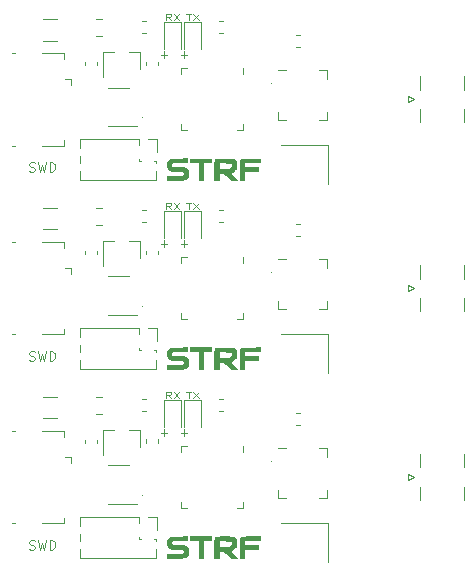
<source format=gbr>
G04 #@! TF.GenerationSoftware,KiCad,Pcbnew,(5.1.5)-3*
G04 #@! TF.CreationDate,2020-05-12T02:25:37+02:00*
G04 #@! TF.ProjectId,STRF,53545246-2e6b-4696-9361-645f70636258,rev?*
G04 #@! TF.SameCoordinates,Original*
G04 #@! TF.FileFunction,Legend,Top*
G04 #@! TF.FilePolarity,Positive*
%FSLAX46Y46*%
G04 Gerber Fmt 4.6, Leading zero omitted, Abs format (unit mm)*
G04 Created by KiCad (PCBNEW (5.1.5)-3) date 2020-05-12 02:25:37*
%MOMM*%
%LPD*%
G04 APERTURE LIST*
%ADD10C,0.125000*%
%ADD11C,0.100000*%
%ADD12C,0.120000*%
%ADD13C,0.010000*%
G04 APERTURE END LIST*
D10*
X22789285Y-72573809D02*
X22903571Y-72611904D01*
X23094047Y-72611904D01*
X23170238Y-72573809D01*
X23208333Y-72535714D01*
X23246428Y-72459523D01*
X23246428Y-72383333D01*
X23208333Y-72307142D01*
X23170238Y-72269047D01*
X23094047Y-72230952D01*
X22941666Y-72192857D01*
X22865476Y-72154761D01*
X22827380Y-72116666D01*
X22789285Y-72040476D01*
X22789285Y-71964285D01*
X22827380Y-71888095D01*
X22865476Y-71850000D01*
X22941666Y-71811904D01*
X23132142Y-71811904D01*
X23246428Y-71850000D01*
X23513095Y-71811904D02*
X23703571Y-72611904D01*
X23855952Y-72040476D01*
X24008333Y-72611904D01*
X24198809Y-71811904D01*
X24503571Y-72611904D02*
X24503571Y-71811904D01*
X24694047Y-71811904D01*
X24808333Y-71850000D01*
X24884523Y-71926190D01*
X24922619Y-72002380D01*
X24960714Y-72154761D01*
X24960714Y-72269047D01*
X24922619Y-72421428D01*
X24884523Y-72497619D01*
X24808333Y-72573809D01*
X24694047Y-72611904D01*
X24503571Y-72611904D01*
D11*
X35608333Y-62700000D02*
X36141666Y-62700000D01*
X35875000Y-62966666D02*
X35875000Y-62433333D01*
X34783333Y-59751190D02*
X34550000Y-59513095D01*
X34383333Y-59751190D02*
X34383333Y-59251190D01*
X34650000Y-59251190D01*
X34716666Y-59275000D01*
X34750000Y-59298809D01*
X34783333Y-59346428D01*
X34783333Y-59417857D01*
X34750000Y-59465476D01*
X34716666Y-59489285D01*
X34650000Y-59513095D01*
X34383333Y-59513095D01*
X35016666Y-59251190D02*
X35483333Y-59751190D01*
X35483333Y-59251190D02*
X35016666Y-59751190D01*
X36066666Y-59251190D02*
X36466666Y-59251190D01*
X36266666Y-59751190D02*
X36266666Y-59251190D01*
X36633333Y-59251190D02*
X37100000Y-59751190D01*
X37100000Y-59251190D02*
X36633333Y-59751190D01*
X33908333Y-62700000D02*
X34441666Y-62700000D01*
X34175000Y-62966666D02*
X34175000Y-62433333D01*
D12*
X40030902Y-63325000D02*
G75*
G03X40030902Y-63325000I-55902J0D01*
G01*
X43305902Y-65150000D02*
G75*
G03X43305902Y-65150000I-55902J0D01*
G01*
X32355902Y-68050000D02*
G75*
G03X32355902Y-68050000I-55902J0D01*
G01*
X29680902Y-65000000D02*
G75*
G03X29680902Y-65000000I-55902J0D01*
G01*
D11*
X35608333Y-46700000D02*
X36141666Y-46700000D01*
X35875000Y-46966666D02*
X35875000Y-46433333D01*
X34783333Y-43751190D02*
X34550000Y-43513095D01*
X34383333Y-43751190D02*
X34383333Y-43251190D01*
X34650000Y-43251190D01*
X34716666Y-43275000D01*
X34750000Y-43298809D01*
X34783333Y-43346428D01*
X34783333Y-43417857D01*
X34750000Y-43465476D01*
X34716666Y-43489285D01*
X34650000Y-43513095D01*
X34383333Y-43513095D01*
X35016666Y-43251190D02*
X35483333Y-43751190D01*
X35483333Y-43251190D02*
X35016666Y-43751190D01*
X36066666Y-43251190D02*
X36466666Y-43251190D01*
X36266666Y-43751190D02*
X36266666Y-43251190D01*
X36633333Y-43251190D02*
X37100000Y-43751190D01*
X37100000Y-43251190D02*
X36633333Y-43751190D01*
X33908333Y-46700000D02*
X34441666Y-46700000D01*
X34175000Y-46966666D02*
X34175000Y-46433333D01*
D10*
X22789285Y-56573809D02*
X22903571Y-56611904D01*
X23094047Y-56611904D01*
X23170238Y-56573809D01*
X23208333Y-56535714D01*
X23246428Y-56459523D01*
X23246428Y-56383333D01*
X23208333Y-56307142D01*
X23170238Y-56269047D01*
X23094047Y-56230952D01*
X22941666Y-56192857D01*
X22865476Y-56154761D01*
X22827380Y-56116666D01*
X22789285Y-56040476D01*
X22789285Y-55964285D01*
X22827380Y-55888095D01*
X22865476Y-55850000D01*
X22941666Y-55811904D01*
X23132142Y-55811904D01*
X23246428Y-55850000D01*
X23513095Y-55811904D02*
X23703571Y-56611904D01*
X23855952Y-56040476D01*
X24008333Y-56611904D01*
X24198809Y-55811904D01*
X24503571Y-56611904D02*
X24503571Y-55811904D01*
X24694047Y-55811904D01*
X24808333Y-55850000D01*
X24884523Y-55926190D01*
X24922619Y-56002380D01*
X24960714Y-56154761D01*
X24960714Y-56269047D01*
X24922619Y-56421428D01*
X24884523Y-56497619D01*
X24808333Y-56573809D01*
X24694047Y-56611904D01*
X24503571Y-56611904D01*
D12*
X40030902Y-47325000D02*
G75*
G03X40030902Y-47325000I-55902J0D01*
G01*
X43305902Y-49150000D02*
G75*
G03X43305902Y-49150000I-55902J0D01*
G01*
X32355902Y-52050000D02*
G75*
G03X32355902Y-52050000I-55902J0D01*
G01*
X29680902Y-49000000D02*
G75*
G03X29680902Y-49000000I-55902J0D01*
G01*
X29680902Y-33000000D02*
G75*
G03X29680902Y-33000000I-55902J0D01*
G01*
D11*
X35608333Y-30700000D02*
X36141666Y-30700000D01*
X35875000Y-30966666D02*
X35875000Y-30433333D01*
X33908333Y-30700000D02*
X34441666Y-30700000D01*
X34175000Y-30966666D02*
X34175000Y-30433333D01*
D12*
X32355902Y-36050000D02*
G75*
G03X32355902Y-36050000I-55902J0D01*
G01*
X43305902Y-33150000D02*
G75*
G03X43305902Y-33150000I-55902J0D01*
G01*
X40030902Y-31325000D02*
G75*
G03X40030902Y-31325000I-55902J0D01*
G01*
D10*
X22789285Y-40573809D02*
X22903571Y-40611904D01*
X23094047Y-40611904D01*
X23170238Y-40573809D01*
X23208333Y-40535714D01*
X23246428Y-40459523D01*
X23246428Y-40383333D01*
X23208333Y-40307142D01*
X23170238Y-40269047D01*
X23094047Y-40230952D01*
X22941666Y-40192857D01*
X22865476Y-40154761D01*
X22827380Y-40116666D01*
X22789285Y-40040476D01*
X22789285Y-39964285D01*
X22827380Y-39888095D01*
X22865476Y-39850000D01*
X22941666Y-39811904D01*
X23132142Y-39811904D01*
X23246428Y-39850000D01*
X23513095Y-39811904D02*
X23703571Y-40611904D01*
X23855952Y-40040476D01*
X24008333Y-40611904D01*
X24198809Y-39811904D01*
X24503571Y-40611904D02*
X24503571Y-39811904D01*
X24694047Y-39811904D01*
X24808333Y-39850000D01*
X24884523Y-39926190D01*
X24922619Y-40002380D01*
X24960714Y-40154761D01*
X24960714Y-40269047D01*
X24922619Y-40421428D01*
X24884523Y-40497619D01*
X24808333Y-40573809D01*
X24694047Y-40611904D01*
X24503571Y-40611904D01*
D11*
X36066666Y-27251190D02*
X36466666Y-27251190D01*
X36266666Y-27751190D02*
X36266666Y-27251190D01*
X36633333Y-27251190D02*
X37100000Y-27751190D01*
X37100000Y-27251190D02*
X36633333Y-27751190D01*
X34783333Y-27751190D02*
X34550000Y-27513095D01*
X34383333Y-27751190D02*
X34383333Y-27251190D01*
X34650000Y-27251190D01*
X34716666Y-27275000D01*
X34750000Y-27298809D01*
X34783333Y-27346428D01*
X34783333Y-27417857D01*
X34750000Y-27465476D01*
X34716666Y-27489285D01*
X34650000Y-27513095D01*
X34383333Y-27513095D01*
X35016666Y-27251190D02*
X35483333Y-27751190D01*
X35483333Y-27251190D02*
X35016666Y-27751190D01*
D13*
G36*
X42140461Y-72556307D02*
G01*
X41065846Y-72556307D01*
X41065846Y-72243692D01*
X42140461Y-72243692D01*
X42140461Y-72556307D01*
G37*
X42140461Y-72556307D02*
X41065846Y-72556307D01*
X41065846Y-72243692D01*
X42140461Y-72243692D01*
X42140461Y-72556307D01*
G36*
X42296769Y-71833384D02*
G01*
X40987692Y-71833384D01*
X40987692Y-73298769D01*
X40616461Y-73298769D01*
X40616461Y-72467100D01*
X40616575Y-72258206D01*
X40617110Y-72084802D01*
X40618359Y-71943300D01*
X40620612Y-71830113D01*
X40624161Y-71741655D01*
X40629299Y-71674338D01*
X40636315Y-71624575D01*
X40645503Y-71588778D01*
X40657152Y-71563361D01*
X40671556Y-71544736D01*
X40689005Y-71529317D01*
X40692922Y-71526275D01*
X40711883Y-71519880D01*
X40752356Y-71514597D01*
X40816981Y-71510347D01*
X40908404Y-71507050D01*
X41029268Y-71504629D01*
X41182215Y-71503003D01*
X41369889Y-71502094D01*
X41510346Y-71501852D01*
X42296769Y-71501230D01*
X42296769Y-71833384D01*
G37*
X42296769Y-71833384D02*
X40987692Y-71833384D01*
X40987692Y-73298769D01*
X40616461Y-73298769D01*
X40616461Y-72467100D01*
X40616575Y-72258206D01*
X40617110Y-72084802D01*
X40618359Y-71943300D01*
X40620612Y-71830113D01*
X40624161Y-71741655D01*
X40629299Y-71674338D01*
X40636315Y-71624575D01*
X40645503Y-71588778D01*
X40657152Y-71563361D01*
X40671556Y-71544736D01*
X40689005Y-71529317D01*
X40692922Y-71526275D01*
X40711883Y-71519880D01*
X40752356Y-71514597D01*
X40816981Y-71510347D01*
X40908404Y-71507050D01*
X41029268Y-71504629D01*
X41182215Y-71503003D01*
X41369889Y-71502094D01*
X41510346Y-71501852D01*
X42296769Y-71501230D01*
X42296769Y-71833384D01*
G36*
X39467817Y-71502396D02*
G01*
X39632255Y-71503248D01*
X39765627Y-71505416D01*
X39871939Y-71509480D01*
X39955197Y-71516022D01*
X40019405Y-71525621D01*
X40068569Y-71538859D01*
X40106695Y-71556315D01*
X40137788Y-71578570D01*
X40165853Y-71606205D01*
X40191794Y-71636108D01*
X40233377Y-71697390D01*
X40261351Y-71769934D01*
X40277185Y-71861048D01*
X40282349Y-71978041D01*
X40280475Y-72077234D01*
X40275618Y-72178765D01*
X40268302Y-72251996D01*
X40256503Y-72307702D01*
X40238199Y-72356658D01*
X40221716Y-72390230D01*
X40141994Y-72510116D01*
X40041573Y-72600202D01*
X39915557Y-72664195D01*
X39822789Y-72692303D01*
X39698945Y-72722495D01*
X40028413Y-73005747D01*
X40357882Y-73289000D01*
X39814436Y-73299848D01*
X39477871Y-73006588D01*
X39141307Y-72713328D01*
X39019192Y-72712972D01*
X38897077Y-72712615D01*
X38897077Y-72380461D01*
X39292730Y-72380032D01*
X39431244Y-72379467D01*
X39536769Y-72377801D01*
X39615389Y-72374566D01*
X39673187Y-72369292D01*
X39716246Y-72361512D01*
X39750650Y-72350757D01*
X39768020Y-72343434D01*
X39832994Y-72303193D01*
X39876539Y-72247812D01*
X39901282Y-72170981D01*
X39909846Y-72066390D01*
X39908986Y-72004604D01*
X39903307Y-71843154D01*
X38818923Y-71832766D01*
X38818923Y-73298769D01*
X38447692Y-73298769D01*
X38447692Y-72467100D01*
X38447806Y-72258206D01*
X38448341Y-72084802D01*
X38449589Y-71943300D01*
X38451843Y-71830113D01*
X38455392Y-71741655D01*
X38460529Y-71674338D01*
X38467546Y-71624575D01*
X38476733Y-71588778D01*
X38488383Y-71563361D01*
X38502787Y-71544736D01*
X38520236Y-71529317D01*
X38524153Y-71526275D01*
X38543833Y-71519571D01*
X38585546Y-71514108D01*
X38652029Y-71509798D01*
X38746022Y-71506551D01*
X38870263Y-71504280D01*
X39027490Y-71502896D01*
X39220443Y-71502311D01*
X39268307Y-71502281D01*
X39467817Y-71502396D01*
G37*
X39467817Y-71502396D02*
X39632255Y-71503248D01*
X39765627Y-71505416D01*
X39871939Y-71509480D01*
X39955197Y-71516022D01*
X40019405Y-71525621D01*
X40068569Y-71538859D01*
X40106695Y-71556315D01*
X40137788Y-71578570D01*
X40165853Y-71606205D01*
X40191794Y-71636108D01*
X40233377Y-71697390D01*
X40261351Y-71769934D01*
X40277185Y-71861048D01*
X40282349Y-71978041D01*
X40280475Y-72077234D01*
X40275618Y-72178765D01*
X40268302Y-72251996D01*
X40256503Y-72307702D01*
X40238199Y-72356658D01*
X40221716Y-72390230D01*
X40141994Y-72510116D01*
X40041573Y-72600202D01*
X39915557Y-72664195D01*
X39822789Y-72692303D01*
X39698945Y-72722495D01*
X40028413Y-73005747D01*
X40357882Y-73289000D01*
X39814436Y-73299848D01*
X39477871Y-73006588D01*
X39141307Y-72713328D01*
X39019192Y-72712972D01*
X38897077Y-72712615D01*
X38897077Y-72380461D01*
X39292730Y-72380032D01*
X39431244Y-72379467D01*
X39536769Y-72377801D01*
X39615389Y-72374566D01*
X39673187Y-72369292D01*
X39716246Y-72361512D01*
X39750650Y-72350757D01*
X39768020Y-72343434D01*
X39832994Y-72303193D01*
X39876539Y-72247812D01*
X39901282Y-72170981D01*
X39909846Y-72066390D01*
X39908986Y-72004604D01*
X39903307Y-71843154D01*
X38818923Y-71832766D01*
X38818923Y-73298769D01*
X38447692Y-73298769D01*
X38447692Y-72467100D01*
X38447806Y-72258206D01*
X38448341Y-72084802D01*
X38449589Y-71943300D01*
X38451843Y-71830113D01*
X38455392Y-71741655D01*
X38460529Y-71674338D01*
X38467546Y-71624575D01*
X38476733Y-71588778D01*
X38488383Y-71563361D01*
X38502787Y-71544736D01*
X38520236Y-71529317D01*
X38524153Y-71526275D01*
X38543833Y-71519571D01*
X38585546Y-71514108D01*
X38652029Y-71509798D01*
X38746022Y-71506551D01*
X38870263Y-71504280D01*
X39027490Y-71502896D01*
X39220443Y-71502311D01*
X39268307Y-71502281D01*
X39467817Y-71502396D01*
G36*
X38193692Y-71833384D02*
G01*
X37490307Y-71833384D01*
X37490307Y-73298769D01*
X37119077Y-73298769D01*
X37119077Y-71833384D01*
X36396154Y-71833384D01*
X36396154Y-71501230D01*
X38193692Y-71501230D01*
X38193692Y-71833384D01*
G37*
X38193692Y-71833384D02*
X37490307Y-71833384D01*
X37490307Y-73298769D01*
X37119077Y-73298769D01*
X37119077Y-71833384D01*
X36396154Y-71833384D01*
X36396154Y-71501230D01*
X38193692Y-71501230D01*
X38193692Y-71833384D01*
G36*
X36083538Y-71833384D02*
G01*
X34897021Y-71833384D01*
X34845510Y-71884895D01*
X34810606Y-71930130D01*
X34795911Y-71983705D01*
X34794000Y-72027086D01*
X34805651Y-72116787D01*
X34842566Y-72178769D01*
X34907684Y-72217388D01*
X34926460Y-72223285D01*
X34967281Y-72229271D01*
X35040271Y-72234580D01*
X35138526Y-72238930D01*
X35255140Y-72242041D01*
X35383209Y-72243630D01*
X35429000Y-72243774D01*
X35570309Y-72244066D01*
X35678540Y-72245071D01*
X35759690Y-72247312D01*
X35819756Y-72251317D01*
X35864736Y-72257609D01*
X35900629Y-72266714D01*
X35933431Y-72279158D01*
X35957625Y-72290070D01*
X36030516Y-72333789D01*
X36101031Y-72391352D01*
X36126276Y-72417697D01*
X36193914Y-72523433D01*
X36233748Y-72644278D01*
X36246443Y-72772253D01*
X36232667Y-72899380D01*
X36193088Y-73017682D01*
X36128371Y-73119180D01*
X36062504Y-73180376D01*
X36019814Y-73209926D01*
X35978338Y-73234118D01*
X35933755Y-73253485D01*
X35881744Y-73268560D01*
X35817984Y-73279877D01*
X35738155Y-73287969D01*
X35637935Y-73293368D01*
X35513004Y-73296609D01*
X35359042Y-73298223D01*
X35171727Y-73298746D01*
X35103069Y-73298769D01*
X34422769Y-73298769D01*
X34422769Y-72966615D01*
X35078278Y-72966615D01*
X35269608Y-72966464D01*
X35425674Y-72965574D01*
X35550287Y-72963288D01*
X35647260Y-72958948D01*
X35720405Y-72951898D01*
X35773535Y-72941480D01*
X35810461Y-72927038D01*
X35834995Y-72907915D01*
X35850951Y-72883452D01*
X35862140Y-72852995D01*
X35868458Y-72830430D01*
X35879283Y-72763638D01*
X35868174Y-72704172D01*
X35860110Y-72683319D01*
X35841835Y-72646123D01*
X35818629Y-72616938D01*
X35785873Y-72594802D01*
X35738947Y-72578755D01*
X35673233Y-72567835D01*
X35584111Y-72561081D01*
X35466963Y-72557532D01*
X35317169Y-72556226D01*
X35248896Y-72556116D01*
X35104936Y-72555878D01*
X34994204Y-72554971D01*
X34910854Y-72552898D01*
X34849038Y-72549163D01*
X34802909Y-72543270D01*
X34766618Y-72534722D01*
X34734319Y-72523023D01*
X34704990Y-72509929D01*
X34616872Y-72455004D01*
X34536427Y-72380107D01*
X34473956Y-72296396D01*
X34442339Y-72225430D01*
X34426886Y-72135579D01*
X34423043Y-72030678D01*
X34430176Y-71925873D01*
X34447653Y-71836310D01*
X34460017Y-71802101D01*
X34522622Y-71702625D01*
X34610768Y-71613143D01*
X34707964Y-71548840D01*
X34731448Y-71538452D01*
X34758557Y-71530067D01*
X34793680Y-71523421D01*
X34841204Y-71518250D01*
X34905517Y-71514291D01*
X34991008Y-71511278D01*
X35102064Y-71508947D01*
X35243074Y-71507035D01*
X35418425Y-71505278D01*
X35433884Y-71505137D01*
X36083538Y-71499275D01*
X36083538Y-71833384D01*
G37*
X36083538Y-71833384D02*
X34897021Y-71833384D01*
X34845510Y-71884895D01*
X34810606Y-71930130D01*
X34795911Y-71983705D01*
X34794000Y-72027086D01*
X34805651Y-72116787D01*
X34842566Y-72178769D01*
X34907684Y-72217388D01*
X34926460Y-72223285D01*
X34967281Y-72229271D01*
X35040271Y-72234580D01*
X35138526Y-72238930D01*
X35255140Y-72242041D01*
X35383209Y-72243630D01*
X35429000Y-72243774D01*
X35570309Y-72244066D01*
X35678540Y-72245071D01*
X35759690Y-72247312D01*
X35819756Y-72251317D01*
X35864736Y-72257609D01*
X35900629Y-72266714D01*
X35933431Y-72279158D01*
X35957625Y-72290070D01*
X36030516Y-72333789D01*
X36101031Y-72391352D01*
X36126276Y-72417697D01*
X36193914Y-72523433D01*
X36233748Y-72644278D01*
X36246443Y-72772253D01*
X36232667Y-72899380D01*
X36193088Y-73017682D01*
X36128371Y-73119180D01*
X36062504Y-73180376D01*
X36019814Y-73209926D01*
X35978338Y-73234118D01*
X35933755Y-73253485D01*
X35881744Y-73268560D01*
X35817984Y-73279877D01*
X35738155Y-73287969D01*
X35637935Y-73293368D01*
X35513004Y-73296609D01*
X35359042Y-73298223D01*
X35171727Y-73298746D01*
X35103069Y-73298769D01*
X34422769Y-73298769D01*
X34422769Y-72966615D01*
X35078278Y-72966615D01*
X35269608Y-72966464D01*
X35425674Y-72965574D01*
X35550287Y-72963288D01*
X35647260Y-72958948D01*
X35720405Y-72951898D01*
X35773535Y-72941480D01*
X35810461Y-72927038D01*
X35834995Y-72907915D01*
X35850951Y-72883452D01*
X35862140Y-72852995D01*
X35868458Y-72830430D01*
X35879283Y-72763638D01*
X35868174Y-72704172D01*
X35860110Y-72683319D01*
X35841835Y-72646123D01*
X35818629Y-72616938D01*
X35785873Y-72594802D01*
X35738947Y-72578755D01*
X35673233Y-72567835D01*
X35584111Y-72561081D01*
X35466963Y-72557532D01*
X35317169Y-72556226D01*
X35248896Y-72556116D01*
X35104936Y-72555878D01*
X34994204Y-72554971D01*
X34910854Y-72552898D01*
X34849038Y-72549163D01*
X34802909Y-72543270D01*
X34766618Y-72534722D01*
X34734319Y-72523023D01*
X34704990Y-72509929D01*
X34616872Y-72455004D01*
X34536427Y-72380107D01*
X34473956Y-72296396D01*
X34442339Y-72225430D01*
X34426886Y-72135579D01*
X34423043Y-72030678D01*
X34430176Y-71925873D01*
X34447653Y-71836310D01*
X34460017Y-71802101D01*
X34522622Y-71702625D01*
X34610768Y-71613143D01*
X34707964Y-71548840D01*
X34731448Y-71538452D01*
X34758557Y-71530067D01*
X34793680Y-71523421D01*
X34841204Y-71518250D01*
X34905517Y-71514291D01*
X34991008Y-71511278D01*
X35102064Y-71508947D01*
X35243074Y-71507035D01*
X35418425Y-71505278D01*
X35433884Y-71505137D01*
X36083538Y-71499275D01*
X36083538Y-71833384D01*
G36*
X36083538Y-55833384D02*
G01*
X34897021Y-55833384D01*
X34845510Y-55884895D01*
X34810606Y-55930130D01*
X34795911Y-55983705D01*
X34794000Y-56027086D01*
X34805651Y-56116787D01*
X34842566Y-56178769D01*
X34907684Y-56217388D01*
X34926460Y-56223285D01*
X34967281Y-56229271D01*
X35040271Y-56234580D01*
X35138526Y-56238930D01*
X35255140Y-56242041D01*
X35383209Y-56243630D01*
X35429000Y-56243774D01*
X35570309Y-56244066D01*
X35678540Y-56245071D01*
X35759690Y-56247312D01*
X35819756Y-56251317D01*
X35864736Y-56257609D01*
X35900629Y-56266714D01*
X35933431Y-56279158D01*
X35957625Y-56290070D01*
X36030516Y-56333789D01*
X36101031Y-56391352D01*
X36126276Y-56417697D01*
X36193914Y-56523433D01*
X36233748Y-56644278D01*
X36246443Y-56772253D01*
X36232667Y-56899380D01*
X36193088Y-57017682D01*
X36128371Y-57119180D01*
X36062504Y-57180376D01*
X36019814Y-57209926D01*
X35978338Y-57234118D01*
X35933755Y-57253485D01*
X35881744Y-57268560D01*
X35817984Y-57279877D01*
X35738155Y-57287969D01*
X35637935Y-57293368D01*
X35513004Y-57296609D01*
X35359042Y-57298223D01*
X35171727Y-57298746D01*
X35103069Y-57298769D01*
X34422769Y-57298769D01*
X34422769Y-56966615D01*
X35078278Y-56966615D01*
X35269608Y-56966464D01*
X35425674Y-56965574D01*
X35550287Y-56963288D01*
X35647260Y-56958948D01*
X35720405Y-56951898D01*
X35773535Y-56941480D01*
X35810461Y-56927038D01*
X35834995Y-56907915D01*
X35850951Y-56883452D01*
X35862140Y-56852995D01*
X35868458Y-56830430D01*
X35879283Y-56763638D01*
X35868174Y-56704172D01*
X35860110Y-56683319D01*
X35841835Y-56646123D01*
X35818629Y-56616938D01*
X35785873Y-56594802D01*
X35738947Y-56578755D01*
X35673233Y-56567835D01*
X35584111Y-56561081D01*
X35466963Y-56557532D01*
X35317169Y-56556226D01*
X35248896Y-56556116D01*
X35104936Y-56555878D01*
X34994204Y-56554971D01*
X34910854Y-56552898D01*
X34849038Y-56549163D01*
X34802909Y-56543270D01*
X34766618Y-56534722D01*
X34734319Y-56523023D01*
X34704990Y-56509929D01*
X34616872Y-56455004D01*
X34536427Y-56380107D01*
X34473956Y-56296396D01*
X34442339Y-56225430D01*
X34426886Y-56135579D01*
X34423043Y-56030678D01*
X34430176Y-55925873D01*
X34447653Y-55836310D01*
X34460017Y-55802101D01*
X34522622Y-55702625D01*
X34610768Y-55613143D01*
X34707964Y-55548840D01*
X34731448Y-55538452D01*
X34758557Y-55530067D01*
X34793680Y-55523421D01*
X34841204Y-55518250D01*
X34905517Y-55514291D01*
X34991008Y-55511278D01*
X35102064Y-55508947D01*
X35243074Y-55507035D01*
X35418425Y-55505278D01*
X35433884Y-55505137D01*
X36083538Y-55499275D01*
X36083538Y-55833384D01*
G37*
X36083538Y-55833384D02*
X34897021Y-55833384D01*
X34845510Y-55884895D01*
X34810606Y-55930130D01*
X34795911Y-55983705D01*
X34794000Y-56027086D01*
X34805651Y-56116787D01*
X34842566Y-56178769D01*
X34907684Y-56217388D01*
X34926460Y-56223285D01*
X34967281Y-56229271D01*
X35040271Y-56234580D01*
X35138526Y-56238930D01*
X35255140Y-56242041D01*
X35383209Y-56243630D01*
X35429000Y-56243774D01*
X35570309Y-56244066D01*
X35678540Y-56245071D01*
X35759690Y-56247312D01*
X35819756Y-56251317D01*
X35864736Y-56257609D01*
X35900629Y-56266714D01*
X35933431Y-56279158D01*
X35957625Y-56290070D01*
X36030516Y-56333789D01*
X36101031Y-56391352D01*
X36126276Y-56417697D01*
X36193914Y-56523433D01*
X36233748Y-56644278D01*
X36246443Y-56772253D01*
X36232667Y-56899380D01*
X36193088Y-57017682D01*
X36128371Y-57119180D01*
X36062504Y-57180376D01*
X36019814Y-57209926D01*
X35978338Y-57234118D01*
X35933755Y-57253485D01*
X35881744Y-57268560D01*
X35817984Y-57279877D01*
X35738155Y-57287969D01*
X35637935Y-57293368D01*
X35513004Y-57296609D01*
X35359042Y-57298223D01*
X35171727Y-57298746D01*
X35103069Y-57298769D01*
X34422769Y-57298769D01*
X34422769Y-56966615D01*
X35078278Y-56966615D01*
X35269608Y-56966464D01*
X35425674Y-56965574D01*
X35550287Y-56963288D01*
X35647260Y-56958948D01*
X35720405Y-56951898D01*
X35773535Y-56941480D01*
X35810461Y-56927038D01*
X35834995Y-56907915D01*
X35850951Y-56883452D01*
X35862140Y-56852995D01*
X35868458Y-56830430D01*
X35879283Y-56763638D01*
X35868174Y-56704172D01*
X35860110Y-56683319D01*
X35841835Y-56646123D01*
X35818629Y-56616938D01*
X35785873Y-56594802D01*
X35738947Y-56578755D01*
X35673233Y-56567835D01*
X35584111Y-56561081D01*
X35466963Y-56557532D01*
X35317169Y-56556226D01*
X35248896Y-56556116D01*
X35104936Y-56555878D01*
X34994204Y-56554971D01*
X34910854Y-56552898D01*
X34849038Y-56549163D01*
X34802909Y-56543270D01*
X34766618Y-56534722D01*
X34734319Y-56523023D01*
X34704990Y-56509929D01*
X34616872Y-56455004D01*
X34536427Y-56380107D01*
X34473956Y-56296396D01*
X34442339Y-56225430D01*
X34426886Y-56135579D01*
X34423043Y-56030678D01*
X34430176Y-55925873D01*
X34447653Y-55836310D01*
X34460017Y-55802101D01*
X34522622Y-55702625D01*
X34610768Y-55613143D01*
X34707964Y-55548840D01*
X34731448Y-55538452D01*
X34758557Y-55530067D01*
X34793680Y-55523421D01*
X34841204Y-55518250D01*
X34905517Y-55514291D01*
X34991008Y-55511278D01*
X35102064Y-55508947D01*
X35243074Y-55507035D01*
X35418425Y-55505278D01*
X35433884Y-55505137D01*
X36083538Y-55499275D01*
X36083538Y-55833384D01*
G36*
X38193692Y-55833384D02*
G01*
X37490307Y-55833384D01*
X37490307Y-57298769D01*
X37119077Y-57298769D01*
X37119077Y-55833384D01*
X36396154Y-55833384D01*
X36396154Y-55501230D01*
X38193692Y-55501230D01*
X38193692Y-55833384D01*
G37*
X38193692Y-55833384D02*
X37490307Y-55833384D01*
X37490307Y-57298769D01*
X37119077Y-57298769D01*
X37119077Y-55833384D01*
X36396154Y-55833384D01*
X36396154Y-55501230D01*
X38193692Y-55501230D01*
X38193692Y-55833384D01*
G36*
X39467817Y-55502396D02*
G01*
X39632255Y-55503248D01*
X39765627Y-55505416D01*
X39871939Y-55509480D01*
X39955197Y-55516022D01*
X40019405Y-55525621D01*
X40068569Y-55538859D01*
X40106695Y-55556315D01*
X40137788Y-55578570D01*
X40165853Y-55606205D01*
X40191794Y-55636108D01*
X40233377Y-55697390D01*
X40261351Y-55769934D01*
X40277185Y-55861048D01*
X40282349Y-55978041D01*
X40280475Y-56077234D01*
X40275618Y-56178765D01*
X40268302Y-56251996D01*
X40256503Y-56307702D01*
X40238199Y-56356658D01*
X40221716Y-56390230D01*
X40141994Y-56510116D01*
X40041573Y-56600202D01*
X39915557Y-56664195D01*
X39822789Y-56692303D01*
X39698945Y-56722495D01*
X40028413Y-57005747D01*
X40357882Y-57289000D01*
X39814436Y-57299848D01*
X39477871Y-57006588D01*
X39141307Y-56713328D01*
X39019192Y-56712972D01*
X38897077Y-56712615D01*
X38897077Y-56380461D01*
X39292730Y-56380032D01*
X39431244Y-56379467D01*
X39536769Y-56377801D01*
X39615389Y-56374566D01*
X39673187Y-56369292D01*
X39716246Y-56361512D01*
X39750650Y-56350757D01*
X39768020Y-56343434D01*
X39832994Y-56303193D01*
X39876539Y-56247812D01*
X39901282Y-56170981D01*
X39909846Y-56066390D01*
X39908986Y-56004604D01*
X39903307Y-55843154D01*
X38818923Y-55832766D01*
X38818923Y-57298769D01*
X38447692Y-57298769D01*
X38447692Y-56467100D01*
X38447806Y-56258206D01*
X38448341Y-56084802D01*
X38449589Y-55943300D01*
X38451843Y-55830113D01*
X38455392Y-55741655D01*
X38460529Y-55674338D01*
X38467546Y-55624575D01*
X38476733Y-55588778D01*
X38488383Y-55563361D01*
X38502787Y-55544736D01*
X38520236Y-55529317D01*
X38524153Y-55526275D01*
X38543833Y-55519571D01*
X38585546Y-55514108D01*
X38652029Y-55509798D01*
X38746022Y-55506551D01*
X38870263Y-55504280D01*
X39027490Y-55502896D01*
X39220443Y-55502311D01*
X39268307Y-55502281D01*
X39467817Y-55502396D01*
G37*
X39467817Y-55502396D02*
X39632255Y-55503248D01*
X39765627Y-55505416D01*
X39871939Y-55509480D01*
X39955197Y-55516022D01*
X40019405Y-55525621D01*
X40068569Y-55538859D01*
X40106695Y-55556315D01*
X40137788Y-55578570D01*
X40165853Y-55606205D01*
X40191794Y-55636108D01*
X40233377Y-55697390D01*
X40261351Y-55769934D01*
X40277185Y-55861048D01*
X40282349Y-55978041D01*
X40280475Y-56077234D01*
X40275618Y-56178765D01*
X40268302Y-56251996D01*
X40256503Y-56307702D01*
X40238199Y-56356658D01*
X40221716Y-56390230D01*
X40141994Y-56510116D01*
X40041573Y-56600202D01*
X39915557Y-56664195D01*
X39822789Y-56692303D01*
X39698945Y-56722495D01*
X40028413Y-57005747D01*
X40357882Y-57289000D01*
X39814436Y-57299848D01*
X39477871Y-57006588D01*
X39141307Y-56713328D01*
X39019192Y-56712972D01*
X38897077Y-56712615D01*
X38897077Y-56380461D01*
X39292730Y-56380032D01*
X39431244Y-56379467D01*
X39536769Y-56377801D01*
X39615389Y-56374566D01*
X39673187Y-56369292D01*
X39716246Y-56361512D01*
X39750650Y-56350757D01*
X39768020Y-56343434D01*
X39832994Y-56303193D01*
X39876539Y-56247812D01*
X39901282Y-56170981D01*
X39909846Y-56066390D01*
X39908986Y-56004604D01*
X39903307Y-55843154D01*
X38818923Y-55832766D01*
X38818923Y-57298769D01*
X38447692Y-57298769D01*
X38447692Y-56467100D01*
X38447806Y-56258206D01*
X38448341Y-56084802D01*
X38449589Y-55943300D01*
X38451843Y-55830113D01*
X38455392Y-55741655D01*
X38460529Y-55674338D01*
X38467546Y-55624575D01*
X38476733Y-55588778D01*
X38488383Y-55563361D01*
X38502787Y-55544736D01*
X38520236Y-55529317D01*
X38524153Y-55526275D01*
X38543833Y-55519571D01*
X38585546Y-55514108D01*
X38652029Y-55509798D01*
X38746022Y-55506551D01*
X38870263Y-55504280D01*
X39027490Y-55502896D01*
X39220443Y-55502311D01*
X39268307Y-55502281D01*
X39467817Y-55502396D01*
G36*
X42296769Y-55833384D02*
G01*
X40987692Y-55833384D01*
X40987692Y-57298769D01*
X40616461Y-57298769D01*
X40616461Y-56467100D01*
X40616575Y-56258206D01*
X40617110Y-56084802D01*
X40618359Y-55943300D01*
X40620612Y-55830113D01*
X40624161Y-55741655D01*
X40629299Y-55674338D01*
X40636315Y-55624575D01*
X40645503Y-55588778D01*
X40657152Y-55563361D01*
X40671556Y-55544736D01*
X40689005Y-55529317D01*
X40692922Y-55526275D01*
X40711883Y-55519880D01*
X40752356Y-55514597D01*
X40816981Y-55510347D01*
X40908404Y-55507050D01*
X41029268Y-55504629D01*
X41182215Y-55503003D01*
X41369889Y-55502094D01*
X41510346Y-55501852D01*
X42296769Y-55501230D01*
X42296769Y-55833384D01*
G37*
X42296769Y-55833384D02*
X40987692Y-55833384D01*
X40987692Y-57298769D01*
X40616461Y-57298769D01*
X40616461Y-56467100D01*
X40616575Y-56258206D01*
X40617110Y-56084802D01*
X40618359Y-55943300D01*
X40620612Y-55830113D01*
X40624161Y-55741655D01*
X40629299Y-55674338D01*
X40636315Y-55624575D01*
X40645503Y-55588778D01*
X40657152Y-55563361D01*
X40671556Y-55544736D01*
X40689005Y-55529317D01*
X40692922Y-55526275D01*
X40711883Y-55519880D01*
X40752356Y-55514597D01*
X40816981Y-55510347D01*
X40908404Y-55507050D01*
X41029268Y-55504629D01*
X41182215Y-55503003D01*
X41369889Y-55502094D01*
X41510346Y-55501852D01*
X42296769Y-55501230D01*
X42296769Y-55833384D01*
G36*
X42140461Y-56556307D02*
G01*
X41065846Y-56556307D01*
X41065846Y-56243692D01*
X42140461Y-56243692D01*
X42140461Y-56556307D01*
G37*
X42140461Y-56556307D02*
X41065846Y-56556307D01*
X41065846Y-56243692D01*
X42140461Y-56243692D01*
X42140461Y-56556307D01*
D12*
X32612779Y-60910000D02*
X32287221Y-60910000D01*
X32612779Y-59890000D02*
X32287221Y-59890000D01*
X47285000Y-64040000D02*
X48010000Y-64040000D01*
X48010000Y-64040000D02*
X48010000Y-64765000D01*
X44515000Y-68260000D02*
X43790000Y-68260000D01*
X43790000Y-68260000D02*
X43790000Y-67535000D01*
X47285000Y-68260000D02*
X48010000Y-68260000D01*
X48010000Y-68260000D02*
X48010000Y-67535000D01*
X44515000Y-64040000D02*
X43790000Y-64040000D01*
X48100000Y-73625000D02*
X48100000Y-70325000D01*
X48100000Y-70325000D02*
X44100000Y-70325000D01*
X35635000Y-62212500D02*
X35635000Y-59927500D01*
X35635000Y-59927500D02*
X34165000Y-59927500D01*
X34165000Y-59927500D02*
X34165000Y-62212500D01*
X32180000Y-62480000D02*
X31250000Y-62480000D01*
X29020000Y-62480000D02*
X29950000Y-62480000D01*
X29020000Y-62480000D02*
X29020000Y-64640000D01*
X32180000Y-62480000D02*
X32180000Y-63940000D01*
X38874721Y-60910000D02*
X39200279Y-60910000D01*
X38874721Y-59890000D02*
X39200279Y-59890000D01*
X40835000Y-68610000D02*
X40835000Y-69085000D01*
X40835000Y-69085000D02*
X40360000Y-69085000D01*
X35615000Y-64340000D02*
X35615000Y-63865000D01*
X35615000Y-63865000D02*
X36090000Y-63865000D01*
X35615000Y-68610000D02*
X35615000Y-69085000D01*
X35615000Y-69085000D02*
X36090000Y-69085000D01*
X40835000Y-64340000D02*
X40835000Y-63865000D01*
X25712500Y-62600000D02*
X25712500Y-63050000D01*
X23862500Y-62600000D02*
X25712500Y-62600000D01*
X21312500Y-70400000D02*
X21562500Y-70400000D01*
X21312500Y-62600000D02*
X21562500Y-62600000D01*
X23862500Y-70400000D02*
X25712500Y-70400000D01*
X25712500Y-70400000D02*
X25712500Y-69950000D01*
X26262500Y-64800000D02*
X26262500Y-65250000D01*
X26262500Y-64800000D02*
X25812500Y-64800000D01*
X35865000Y-59927500D02*
X35865000Y-62212500D01*
X37335000Y-59927500D02*
X35865000Y-59927500D01*
X37335000Y-62212500D02*
X37335000Y-59927500D01*
X28921078Y-61110000D02*
X28403922Y-61110000D01*
X28921078Y-59690000D02*
X28403922Y-59690000D01*
X28520000Y-63294721D02*
X28520000Y-63620279D01*
X27500000Y-63294721D02*
X27500000Y-63620279D01*
X33560000Y-69820000D02*
X33560000Y-70950000D01*
X32800000Y-69820000D02*
X33560000Y-69820000D01*
X33495000Y-72527530D02*
X33495000Y-73350000D01*
X33495000Y-71710000D02*
X33495000Y-71912470D01*
X33363471Y-71710000D02*
X33495000Y-71710000D01*
X32093471Y-71710000D02*
X32236529Y-71710000D01*
X32040000Y-71513471D02*
X32040000Y-71656529D01*
X32040000Y-69820000D02*
X32040000Y-70386529D01*
X33495000Y-73350000D02*
X27025000Y-73350000D01*
X32040000Y-69820000D02*
X27025000Y-69820000D01*
X27025000Y-71257530D02*
X27025000Y-71912470D01*
X27025000Y-72527530D02*
X27025000Y-73350000D01*
X27025000Y-69820000D02*
X27025000Y-70642470D01*
X54840000Y-66750000D02*
X55340000Y-66500000D01*
X54840000Y-66250000D02*
X54840000Y-66750000D01*
X55340000Y-66500000D02*
X54840000Y-66250000D01*
X59600000Y-68450000D02*
X59600000Y-67340000D01*
X59600000Y-65660000D02*
X59600000Y-64550000D01*
X55890000Y-68450000D02*
X55890000Y-67340000D01*
X55890000Y-65660000D02*
X55890000Y-64550000D01*
X32670000Y-63615279D02*
X32670000Y-63289721D01*
X33690000Y-63615279D02*
X33690000Y-63289721D01*
X45362221Y-62085000D02*
X45687779Y-62085000D01*
X45362221Y-61065000D02*
X45687779Y-61065000D01*
X29450000Y-68710000D02*
X31900000Y-68710000D01*
X31250000Y-65490000D02*
X29450000Y-65490000D01*
X25152064Y-59690000D02*
X23947936Y-59690000D01*
X25152064Y-61510000D02*
X23947936Y-61510000D01*
X44515000Y-48040000D02*
X43790000Y-48040000D01*
X48010000Y-52260000D02*
X48010000Y-51535000D01*
X47285000Y-52260000D02*
X48010000Y-52260000D01*
X43790000Y-52260000D02*
X43790000Y-51535000D01*
X44515000Y-52260000D02*
X43790000Y-52260000D01*
X48010000Y-48040000D02*
X48010000Y-48765000D01*
X47285000Y-48040000D02*
X48010000Y-48040000D01*
X32180000Y-46480000D02*
X32180000Y-47940000D01*
X29020000Y-46480000D02*
X29020000Y-48640000D01*
X29020000Y-46480000D02*
X29950000Y-46480000D01*
X32180000Y-46480000D02*
X31250000Y-46480000D01*
X28921078Y-43690000D02*
X28403922Y-43690000D01*
X28921078Y-45110000D02*
X28403922Y-45110000D01*
X32612779Y-43890000D02*
X32287221Y-43890000D01*
X32612779Y-44910000D02*
X32287221Y-44910000D01*
X38874721Y-43890000D02*
X39200279Y-43890000D01*
X38874721Y-44910000D02*
X39200279Y-44910000D01*
X40835000Y-48340000D02*
X40835000Y-47865000D01*
X35615000Y-53085000D02*
X36090000Y-53085000D01*
X35615000Y-52610000D02*
X35615000Y-53085000D01*
X35615000Y-47865000D02*
X36090000Y-47865000D01*
X35615000Y-48340000D02*
X35615000Y-47865000D01*
X40835000Y-53085000D02*
X40360000Y-53085000D01*
X40835000Y-52610000D02*
X40835000Y-53085000D01*
X34165000Y-43927500D02*
X34165000Y-46212500D01*
X35635000Y-43927500D02*
X34165000Y-43927500D01*
X35635000Y-46212500D02*
X35635000Y-43927500D01*
X37335000Y-46212500D02*
X37335000Y-43927500D01*
X37335000Y-43927500D02*
X35865000Y-43927500D01*
X35865000Y-43927500D02*
X35865000Y-46212500D01*
X26262500Y-48800000D02*
X25812500Y-48800000D01*
X26262500Y-48800000D02*
X26262500Y-49250000D01*
X25712500Y-54400000D02*
X25712500Y-53950000D01*
X23862500Y-54400000D02*
X25712500Y-54400000D01*
X21312500Y-46600000D02*
X21562500Y-46600000D01*
X21312500Y-54400000D02*
X21562500Y-54400000D01*
X23862500Y-46600000D02*
X25712500Y-46600000D01*
X25712500Y-46600000D02*
X25712500Y-47050000D01*
X48100000Y-54325000D02*
X44100000Y-54325000D01*
X48100000Y-57625000D02*
X48100000Y-54325000D01*
X33690000Y-47615279D02*
X33690000Y-47289721D01*
X32670000Y-47615279D02*
X32670000Y-47289721D01*
X45362221Y-45065000D02*
X45687779Y-45065000D01*
X45362221Y-46085000D02*
X45687779Y-46085000D01*
X27500000Y-47294721D02*
X27500000Y-47620279D01*
X28520000Y-47294721D02*
X28520000Y-47620279D01*
X27025000Y-53820000D02*
X27025000Y-54642470D01*
X27025000Y-56527530D02*
X27025000Y-57350000D01*
X27025000Y-55257530D02*
X27025000Y-55912470D01*
X32040000Y-53820000D02*
X27025000Y-53820000D01*
X33495000Y-57350000D02*
X27025000Y-57350000D01*
X32040000Y-53820000D02*
X32040000Y-54386529D01*
X32040000Y-55513471D02*
X32040000Y-55656529D01*
X32093471Y-55710000D02*
X32236529Y-55710000D01*
X33363471Y-55710000D02*
X33495000Y-55710000D01*
X33495000Y-55710000D02*
X33495000Y-55912470D01*
X33495000Y-56527530D02*
X33495000Y-57350000D01*
X32800000Y-53820000D02*
X33560000Y-53820000D01*
X33560000Y-53820000D02*
X33560000Y-54950000D01*
X55890000Y-49660000D02*
X55890000Y-48550000D01*
X55890000Y-52450000D02*
X55890000Y-51340000D01*
X59600000Y-49660000D02*
X59600000Y-48550000D01*
X59600000Y-52450000D02*
X59600000Y-51340000D01*
X55340000Y-50500000D02*
X54840000Y-50250000D01*
X54840000Y-50250000D02*
X54840000Y-50750000D01*
X54840000Y-50750000D02*
X55340000Y-50500000D01*
X31250000Y-49490000D02*
X29450000Y-49490000D01*
X29450000Y-52710000D02*
X31900000Y-52710000D01*
X25152064Y-45510000D02*
X23947936Y-45510000D01*
X25152064Y-43690000D02*
X23947936Y-43690000D01*
D13*
G36*
X42140461Y-40556307D02*
G01*
X41065846Y-40556307D01*
X41065846Y-40243692D01*
X42140461Y-40243692D01*
X42140461Y-40556307D01*
G37*
X42140461Y-40556307D02*
X41065846Y-40556307D01*
X41065846Y-40243692D01*
X42140461Y-40243692D01*
X42140461Y-40556307D01*
G36*
X42296769Y-39833384D02*
G01*
X40987692Y-39833384D01*
X40987692Y-41298769D01*
X40616461Y-41298769D01*
X40616461Y-40467100D01*
X40616575Y-40258206D01*
X40617110Y-40084802D01*
X40618359Y-39943300D01*
X40620612Y-39830113D01*
X40624161Y-39741655D01*
X40629299Y-39674338D01*
X40636315Y-39624575D01*
X40645503Y-39588778D01*
X40657152Y-39563361D01*
X40671556Y-39544736D01*
X40689005Y-39529317D01*
X40692922Y-39526275D01*
X40711883Y-39519880D01*
X40752356Y-39514597D01*
X40816981Y-39510347D01*
X40908404Y-39507050D01*
X41029268Y-39504629D01*
X41182215Y-39503003D01*
X41369889Y-39502094D01*
X41510346Y-39501852D01*
X42296769Y-39501230D01*
X42296769Y-39833384D01*
G37*
X42296769Y-39833384D02*
X40987692Y-39833384D01*
X40987692Y-41298769D01*
X40616461Y-41298769D01*
X40616461Y-40467100D01*
X40616575Y-40258206D01*
X40617110Y-40084802D01*
X40618359Y-39943300D01*
X40620612Y-39830113D01*
X40624161Y-39741655D01*
X40629299Y-39674338D01*
X40636315Y-39624575D01*
X40645503Y-39588778D01*
X40657152Y-39563361D01*
X40671556Y-39544736D01*
X40689005Y-39529317D01*
X40692922Y-39526275D01*
X40711883Y-39519880D01*
X40752356Y-39514597D01*
X40816981Y-39510347D01*
X40908404Y-39507050D01*
X41029268Y-39504629D01*
X41182215Y-39503003D01*
X41369889Y-39502094D01*
X41510346Y-39501852D01*
X42296769Y-39501230D01*
X42296769Y-39833384D01*
G36*
X39467817Y-39502396D02*
G01*
X39632255Y-39503248D01*
X39765627Y-39505416D01*
X39871939Y-39509480D01*
X39955197Y-39516022D01*
X40019405Y-39525621D01*
X40068569Y-39538859D01*
X40106695Y-39556315D01*
X40137788Y-39578570D01*
X40165853Y-39606205D01*
X40191794Y-39636108D01*
X40233377Y-39697390D01*
X40261351Y-39769934D01*
X40277185Y-39861048D01*
X40282349Y-39978041D01*
X40280475Y-40077234D01*
X40275618Y-40178765D01*
X40268302Y-40251996D01*
X40256503Y-40307702D01*
X40238199Y-40356658D01*
X40221716Y-40390230D01*
X40141994Y-40510116D01*
X40041573Y-40600202D01*
X39915557Y-40664195D01*
X39822789Y-40692303D01*
X39698945Y-40722495D01*
X40028413Y-41005747D01*
X40357882Y-41289000D01*
X39814436Y-41299848D01*
X39477871Y-41006588D01*
X39141307Y-40713328D01*
X39019192Y-40712972D01*
X38897077Y-40712615D01*
X38897077Y-40380461D01*
X39292730Y-40380032D01*
X39431244Y-40379467D01*
X39536769Y-40377801D01*
X39615389Y-40374566D01*
X39673187Y-40369292D01*
X39716246Y-40361512D01*
X39750650Y-40350757D01*
X39768020Y-40343434D01*
X39832994Y-40303193D01*
X39876539Y-40247812D01*
X39901282Y-40170981D01*
X39909846Y-40066390D01*
X39908986Y-40004604D01*
X39903307Y-39843154D01*
X38818923Y-39832766D01*
X38818923Y-41298769D01*
X38447692Y-41298769D01*
X38447692Y-40467100D01*
X38447806Y-40258206D01*
X38448341Y-40084802D01*
X38449589Y-39943300D01*
X38451843Y-39830113D01*
X38455392Y-39741655D01*
X38460529Y-39674338D01*
X38467546Y-39624575D01*
X38476733Y-39588778D01*
X38488383Y-39563361D01*
X38502787Y-39544736D01*
X38520236Y-39529317D01*
X38524153Y-39526275D01*
X38543833Y-39519571D01*
X38585546Y-39514108D01*
X38652029Y-39509798D01*
X38746022Y-39506551D01*
X38870263Y-39504280D01*
X39027490Y-39502896D01*
X39220443Y-39502311D01*
X39268307Y-39502281D01*
X39467817Y-39502396D01*
G37*
X39467817Y-39502396D02*
X39632255Y-39503248D01*
X39765627Y-39505416D01*
X39871939Y-39509480D01*
X39955197Y-39516022D01*
X40019405Y-39525621D01*
X40068569Y-39538859D01*
X40106695Y-39556315D01*
X40137788Y-39578570D01*
X40165853Y-39606205D01*
X40191794Y-39636108D01*
X40233377Y-39697390D01*
X40261351Y-39769934D01*
X40277185Y-39861048D01*
X40282349Y-39978041D01*
X40280475Y-40077234D01*
X40275618Y-40178765D01*
X40268302Y-40251996D01*
X40256503Y-40307702D01*
X40238199Y-40356658D01*
X40221716Y-40390230D01*
X40141994Y-40510116D01*
X40041573Y-40600202D01*
X39915557Y-40664195D01*
X39822789Y-40692303D01*
X39698945Y-40722495D01*
X40028413Y-41005747D01*
X40357882Y-41289000D01*
X39814436Y-41299848D01*
X39477871Y-41006588D01*
X39141307Y-40713328D01*
X39019192Y-40712972D01*
X38897077Y-40712615D01*
X38897077Y-40380461D01*
X39292730Y-40380032D01*
X39431244Y-40379467D01*
X39536769Y-40377801D01*
X39615389Y-40374566D01*
X39673187Y-40369292D01*
X39716246Y-40361512D01*
X39750650Y-40350757D01*
X39768020Y-40343434D01*
X39832994Y-40303193D01*
X39876539Y-40247812D01*
X39901282Y-40170981D01*
X39909846Y-40066390D01*
X39908986Y-40004604D01*
X39903307Y-39843154D01*
X38818923Y-39832766D01*
X38818923Y-41298769D01*
X38447692Y-41298769D01*
X38447692Y-40467100D01*
X38447806Y-40258206D01*
X38448341Y-40084802D01*
X38449589Y-39943300D01*
X38451843Y-39830113D01*
X38455392Y-39741655D01*
X38460529Y-39674338D01*
X38467546Y-39624575D01*
X38476733Y-39588778D01*
X38488383Y-39563361D01*
X38502787Y-39544736D01*
X38520236Y-39529317D01*
X38524153Y-39526275D01*
X38543833Y-39519571D01*
X38585546Y-39514108D01*
X38652029Y-39509798D01*
X38746022Y-39506551D01*
X38870263Y-39504280D01*
X39027490Y-39502896D01*
X39220443Y-39502311D01*
X39268307Y-39502281D01*
X39467817Y-39502396D01*
G36*
X38193692Y-39833384D02*
G01*
X37490307Y-39833384D01*
X37490307Y-41298769D01*
X37119077Y-41298769D01*
X37119077Y-39833384D01*
X36396154Y-39833384D01*
X36396154Y-39501230D01*
X38193692Y-39501230D01*
X38193692Y-39833384D01*
G37*
X38193692Y-39833384D02*
X37490307Y-39833384D01*
X37490307Y-41298769D01*
X37119077Y-41298769D01*
X37119077Y-39833384D01*
X36396154Y-39833384D01*
X36396154Y-39501230D01*
X38193692Y-39501230D01*
X38193692Y-39833384D01*
G36*
X36083538Y-39833384D02*
G01*
X34897021Y-39833384D01*
X34845510Y-39884895D01*
X34810606Y-39930130D01*
X34795911Y-39983705D01*
X34794000Y-40027086D01*
X34805651Y-40116787D01*
X34842566Y-40178769D01*
X34907684Y-40217388D01*
X34926460Y-40223285D01*
X34967281Y-40229271D01*
X35040271Y-40234580D01*
X35138526Y-40238930D01*
X35255140Y-40242041D01*
X35383209Y-40243630D01*
X35429000Y-40243774D01*
X35570309Y-40244066D01*
X35678540Y-40245071D01*
X35759690Y-40247312D01*
X35819756Y-40251317D01*
X35864736Y-40257609D01*
X35900629Y-40266714D01*
X35933431Y-40279158D01*
X35957625Y-40290070D01*
X36030516Y-40333789D01*
X36101031Y-40391352D01*
X36126276Y-40417697D01*
X36193914Y-40523433D01*
X36233748Y-40644278D01*
X36246443Y-40772253D01*
X36232667Y-40899380D01*
X36193088Y-41017682D01*
X36128371Y-41119180D01*
X36062504Y-41180376D01*
X36019814Y-41209926D01*
X35978338Y-41234118D01*
X35933755Y-41253485D01*
X35881744Y-41268560D01*
X35817984Y-41279877D01*
X35738155Y-41287969D01*
X35637935Y-41293368D01*
X35513004Y-41296609D01*
X35359042Y-41298223D01*
X35171727Y-41298746D01*
X35103069Y-41298769D01*
X34422769Y-41298769D01*
X34422769Y-40966615D01*
X35078278Y-40966615D01*
X35269608Y-40966464D01*
X35425674Y-40965574D01*
X35550287Y-40963288D01*
X35647260Y-40958948D01*
X35720405Y-40951898D01*
X35773535Y-40941480D01*
X35810461Y-40927038D01*
X35834995Y-40907915D01*
X35850951Y-40883452D01*
X35862140Y-40852995D01*
X35868458Y-40830430D01*
X35879283Y-40763638D01*
X35868174Y-40704172D01*
X35860110Y-40683319D01*
X35841835Y-40646123D01*
X35818629Y-40616938D01*
X35785873Y-40594802D01*
X35738947Y-40578755D01*
X35673233Y-40567835D01*
X35584111Y-40561081D01*
X35466963Y-40557532D01*
X35317169Y-40556226D01*
X35248896Y-40556116D01*
X35104936Y-40555878D01*
X34994204Y-40554971D01*
X34910854Y-40552898D01*
X34849038Y-40549163D01*
X34802909Y-40543270D01*
X34766618Y-40534722D01*
X34734319Y-40523023D01*
X34704990Y-40509929D01*
X34616872Y-40455004D01*
X34536427Y-40380107D01*
X34473956Y-40296396D01*
X34442339Y-40225430D01*
X34426886Y-40135579D01*
X34423043Y-40030678D01*
X34430176Y-39925873D01*
X34447653Y-39836310D01*
X34460017Y-39802101D01*
X34522622Y-39702625D01*
X34610768Y-39613143D01*
X34707964Y-39548840D01*
X34731448Y-39538452D01*
X34758557Y-39530067D01*
X34793680Y-39523421D01*
X34841204Y-39518250D01*
X34905517Y-39514291D01*
X34991008Y-39511278D01*
X35102064Y-39508947D01*
X35243074Y-39507035D01*
X35418425Y-39505278D01*
X35433884Y-39505137D01*
X36083538Y-39499275D01*
X36083538Y-39833384D01*
G37*
X36083538Y-39833384D02*
X34897021Y-39833384D01*
X34845510Y-39884895D01*
X34810606Y-39930130D01*
X34795911Y-39983705D01*
X34794000Y-40027086D01*
X34805651Y-40116787D01*
X34842566Y-40178769D01*
X34907684Y-40217388D01*
X34926460Y-40223285D01*
X34967281Y-40229271D01*
X35040271Y-40234580D01*
X35138526Y-40238930D01*
X35255140Y-40242041D01*
X35383209Y-40243630D01*
X35429000Y-40243774D01*
X35570309Y-40244066D01*
X35678540Y-40245071D01*
X35759690Y-40247312D01*
X35819756Y-40251317D01*
X35864736Y-40257609D01*
X35900629Y-40266714D01*
X35933431Y-40279158D01*
X35957625Y-40290070D01*
X36030516Y-40333789D01*
X36101031Y-40391352D01*
X36126276Y-40417697D01*
X36193914Y-40523433D01*
X36233748Y-40644278D01*
X36246443Y-40772253D01*
X36232667Y-40899380D01*
X36193088Y-41017682D01*
X36128371Y-41119180D01*
X36062504Y-41180376D01*
X36019814Y-41209926D01*
X35978338Y-41234118D01*
X35933755Y-41253485D01*
X35881744Y-41268560D01*
X35817984Y-41279877D01*
X35738155Y-41287969D01*
X35637935Y-41293368D01*
X35513004Y-41296609D01*
X35359042Y-41298223D01*
X35171727Y-41298746D01*
X35103069Y-41298769D01*
X34422769Y-41298769D01*
X34422769Y-40966615D01*
X35078278Y-40966615D01*
X35269608Y-40966464D01*
X35425674Y-40965574D01*
X35550287Y-40963288D01*
X35647260Y-40958948D01*
X35720405Y-40951898D01*
X35773535Y-40941480D01*
X35810461Y-40927038D01*
X35834995Y-40907915D01*
X35850951Y-40883452D01*
X35862140Y-40852995D01*
X35868458Y-40830430D01*
X35879283Y-40763638D01*
X35868174Y-40704172D01*
X35860110Y-40683319D01*
X35841835Y-40646123D01*
X35818629Y-40616938D01*
X35785873Y-40594802D01*
X35738947Y-40578755D01*
X35673233Y-40567835D01*
X35584111Y-40561081D01*
X35466963Y-40557532D01*
X35317169Y-40556226D01*
X35248896Y-40556116D01*
X35104936Y-40555878D01*
X34994204Y-40554971D01*
X34910854Y-40552898D01*
X34849038Y-40549163D01*
X34802909Y-40543270D01*
X34766618Y-40534722D01*
X34734319Y-40523023D01*
X34704990Y-40509929D01*
X34616872Y-40455004D01*
X34536427Y-40380107D01*
X34473956Y-40296396D01*
X34442339Y-40225430D01*
X34426886Y-40135579D01*
X34423043Y-40030678D01*
X34430176Y-39925873D01*
X34447653Y-39836310D01*
X34460017Y-39802101D01*
X34522622Y-39702625D01*
X34610768Y-39613143D01*
X34707964Y-39548840D01*
X34731448Y-39538452D01*
X34758557Y-39530067D01*
X34793680Y-39523421D01*
X34841204Y-39518250D01*
X34905517Y-39514291D01*
X34991008Y-39511278D01*
X35102064Y-39508947D01*
X35243074Y-39507035D01*
X35418425Y-39505278D01*
X35433884Y-39505137D01*
X36083538Y-39499275D01*
X36083538Y-39833384D01*
D12*
X25152064Y-27690000D02*
X23947936Y-27690000D01*
X25152064Y-29510000D02*
X23947936Y-29510000D01*
X54840000Y-34750000D02*
X55340000Y-34500000D01*
X54840000Y-34250000D02*
X54840000Y-34750000D01*
X55340000Y-34500000D02*
X54840000Y-34250000D01*
X59600000Y-36450000D02*
X59600000Y-35340000D01*
X59600000Y-33660000D02*
X59600000Y-32550000D01*
X55890000Y-36450000D02*
X55890000Y-35340000D01*
X55890000Y-33660000D02*
X55890000Y-32550000D01*
X33560000Y-37820000D02*
X33560000Y-38950000D01*
X32800000Y-37820000D02*
X33560000Y-37820000D01*
X33495000Y-40527530D02*
X33495000Y-41350000D01*
X33495000Y-39710000D02*
X33495000Y-39912470D01*
X33363471Y-39710000D02*
X33495000Y-39710000D01*
X32093471Y-39710000D02*
X32236529Y-39710000D01*
X32040000Y-39513471D02*
X32040000Y-39656529D01*
X32040000Y-37820000D02*
X32040000Y-38386529D01*
X33495000Y-41350000D02*
X27025000Y-41350000D01*
X32040000Y-37820000D02*
X27025000Y-37820000D01*
X27025000Y-39257530D02*
X27025000Y-39912470D01*
X27025000Y-40527530D02*
X27025000Y-41350000D01*
X27025000Y-37820000D02*
X27025000Y-38642470D01*
X29450000Y-36710000D02*
X31900000Y-36710000D01*
X31250000Y-33490000D02*
X29450000Y-33490000D01*
X28520000Y-31294721D02*
X28520000Y-31620279D01*
X27500000Y-31294721D02*
X27500000Y-31620279D01*
X32670000Y-31615279D02*
X32670000Y-31289721D01*
X33690000Y-31615279D02*
X33690000Y-31289721D01*
X45362221Y-30085000D02*
X45687779Y-30085000D01*
X45362221Y-29065000D02*
X45687779Y-29065000D01*
X35635000Y-30212500D02*
X35635000Y-27927500D01*
X35635000Y-27927500D02*
X34165000Y-27927500D01*
X34165000Y-27927500D02*
X34165000Y-30212500D01*
X35865000Y-27927500D02*
X35865000Y-30212500D01*
X37335000Y-27927500D02*
X35865000Y-27927500D01*
X37335000Y-30212500D02*
X37335000Y-27927500D01*
X28921078Y-29110000D02*
X28403922Y-29110000D01*
X28921078Y-27690000D02*
X28403922Y-27690000D01*
X25712500Y-30600000D02*
X25712500Y-31050000D01*
X23862500Y-30600000D02*
X25712500Y-30600000D01*
X21312500Y-38400000D02*
X21562500Y-38400000D01*
X21312500Y-30600000D02*
X21562500Y-30600000D01*
X23862500Y-38400000D02*
X25712500Y-38400000D01*
X25712500Y-38400000D02*
X25712500Y-37950000D01*
X26262500Y-32800000D02*
X26262500Y-33250000D01*
X26262500Y-32800000D02*
X25812500Y-32800000D01*
X32612779Y-28910000D02*
X32287221Y-28910000D01*
X32612779Y-27890000D02*
X32287221Y-27890000D01*
X38874721Y-28910000D02*
X39200279Y-28910000D01*
X38874721Y-27890000D02*
X39200279Y-27890000D01*
X32180000Y-30480000D02*
X31250000Y-30480000D01*
X29020000Y-30480000D02*
X29950000Y-30480000D01*
X29020000Y-30480000D02*
X29020000Y-32640000D01*
X32180000Y-30480000D02*
X32180000Y-31940000D01*
X40835000Y-36610000D02*
X40835000Y-37085000D01*
X40835000Y-37085000D02*
X40360000Y-37085000D01*
X35615000Y-32340000D02*
X35615000Y-31865000D01*
X35615000Y-31865000D02*
X36090000Y-31865000D01*
X35615000Y-36610000D02*
X35615000Y-37085000D01*
X35615000Y-37085000D02*
X36090000Y-37085000D01*
X40835000Y-32340000D02*
X40835000Y-31865000D01*
X47285000Y-32040000D02*
X48010000Y-32040000D01*
X48010000Y-32040000D02*
X48010000Y-32765000D01*
X44515000Y-36260000D02*
X43790000Y-36260000D01*
X43790000Y-36260000D02*
X43790000Y-35535000D01*
X47285000Y-36260000D02*
X48010000Y-36260000D01*
X48010000Y-36260000D02*
X48010000Y-35535000D01*
X44515000Y-32040000D02*
X43790000Y-32040000D01*
X48100000Y-41625000D02*
X48100000Y-38325000D01*
X48100000Y-38325000D02*
X44100000Y-38325000D01*
M02*

</source>
